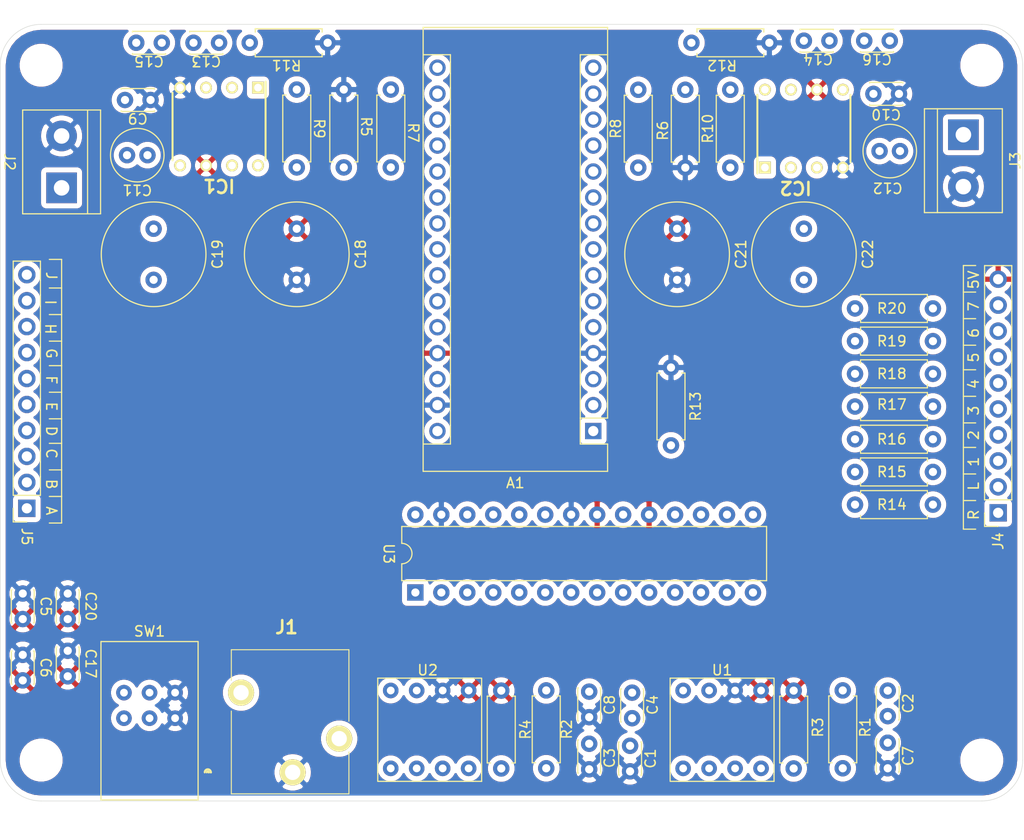
<source format=kicad_pcb>
(kicad_pcb (version 20171130) (host pcbnew "(5.1.12)-1")
  (layers (0 F.Cu signal) (31 B.Cu signal) (34 B.Paste user) (35 F.Paste user) (36 B.SilkS user) (37 F.SilkS user) (38 B.Mask user) (39 F.Mask user) (44 Edge.Cuts user))
  (net 0 "")
  (net 1 "Net-(A1-Pad1)")
  (net 2 "Net-(A1-Pad17)")
  (net 3 "Net-(A1-Pad2)")
  (net 4 "Net-(A1-Pad18)")
  (net 5 "Net-(A1-Pad3)")
  (net 6 /data_out_l)
  (net 7 GND)
  (net 8 /data_out_r)
  (net 9 /5)
  (net 10 "Net-(A1-Pad21)")
  (net 11 /D3)
  (net 12 "Net-(A1-Pad22)")
  (net 13 /strobe)
  (net 14 "Net-(A1-Pad23)")
  (net 15 /reset)
  (net 16 "Net-(A1-Pad24)")
  (net 17 /6)
  (net 18 "Net-(A1-Pad25)")
  (net 19 /7)
  (net 20 "Net-(A1-Pad26)")
  (net 21 "Net-(A1-Pad11)")
  (net 22 /5V)
  (net 23 /D9)
  (net 24 "Net-(A1-Pad28)")
  (net 25 /D10)
  (net 26 /D11)
  (net 27 "Net-(A1-Pad30)")
  (net 28 "Net-(A1-Pad15)")
  (net 29 /D13)
  (net 30 "Net-(C1-Pad1)")
  (net 31 "Net-(C2-Pad1)")
  (net 32 "Net-(C2-Pad2)")
  (net 33 "Net-(C3-Pad1)")
  (net 34 "Net-(C4-Pad1)")
  (net 35 "Net-(C4-Pad2)")
  (net 36 "Net-(C7-Pad2)")
  (net 37 "Net-(C8-Pad2)")
  (net 38 "Net-(C9-Pad1)")
  (net 39 "Net-(C10-Pad1)")
  (net 40 /R_Bolume)
  (net 41 "Net-(C11-Pad1)")
  (net 42 "Net-(C12-Pad1)")
  (net 43 /L_Bolume)
  (net 44 "Net-(C13-Pad1)")
  (net 45 "Net-(C13-Pad2)")
  (net 46 "Net-(C14-Pad2)")
  (net 47 "Net-(C14-Pad1)")
  (net 48 "Net-(C15-Pad2)")
  (net 49 "Net-(C16-Pad2)")
  (net 50 "Net-(C19-Pad2)")
  (net 51 "Net-(C22-Pad2)")
  (net 52 "Net-(IC1-Pad1)")
  (net 53 "Net-(IC1-Pad2)")
  (net 54 "Net-(IC1-Pad7)")
  (net 55 "Net-(IC1-Pad8)")
  (net 56 "Net-(IC2-Pad8)")
  (net 57 "Net-(IC2-Pad7)")
  (net 58 "Net-(IC2-Pad2)")
  (net 59 "Net-(IC2-Pad1)")
  (net 60 /audio_in_r)
  (net 61 /audio_in_l)
  (net 62 "Net-(J4-Pad9)")
  (net 63 "Net-(J4-Pad8)")
  (net 64 "Net-(J4-Pad7)")
  (net 65 "Net-(J4-Pad6)")
  (net 66 "Net-(J4-Pad5)")
  (net 67 "Net-(J4-Pad4)")
  (net 68 "Net-(J4-Pad3)")
  (net 69 /L)
  (net 70 /R)
  (net 71 /cathode_A_g1)
  (net 72 /cathode_B_g2)
  (net 73 /cathode_C_g3)
  (net 74 /cathode_D_g4)
  (net 75 /cathode_E_g5)
  (net 76 /cathode_F_y1)
  (net 77 /cathode_G_y2)
  (net 78 /cathode_H_y3)
  (net 79 /cathode_I_r1)
  (net 80 /cathode_J_r2)
  (net 81 "Net-(R13-Pad1)")
  (net 82 /1)
  (net 83 /2)
  (net 84 /3)
  (net 85 /4)
  (net 86 "Net-(U3-Pad16)")
  (net 87 "Net-(U3-Pad17)")
  (module MountingHole:MountingHole_3.2mm_M3 (layer F.Cu) (at 126 146)
    (fp_text reference REF3 hide)
    (fp_text value MountingHole_3.2mm_M3)
    (pad 1 np_thru_hole circle (at 0 0) (size 3.2 3.2) (drill 3.2) (layers *.Cu *.Mask))
  )
  (module MountingHole:MountingHole_3.2mm_M3 (layer F.Cu) (at 34 146)
    (fp_text reference REF4 hide)
    (fp_text value MountingHole_3.2mm_M3)
    (pad 1 np_thru_hole circle (at 0 0) (size 3.2 3.2) (drill 3.2) (layers *.Cu *.Mask))
  )
  (module MountingHole:MountingHole_3.2mm_M3 (layer F.Cu) (at 126 78)
    (fp_text reference REF2 hide)
    (fp_text value MountingHole_3.2mm_M3)
    (pad 1 np_thru_hole circle (at 0 0) (size 3.2 3.2) (drill 3.2) (layers *.Cu *.Mask))
  )
  (module MountingHole:MountingHole_3.2mm_M3 (layer F.Cu) (at 34 78)
    (fp_text reference REF1 hide)
    (fp_text value MountingHole_3.2mm_M3)
    (pad 1 np_thru_hole circle (at 0 0) (size 3.2 3.2) (drill 3.2) (layers *.Cu *.Mask))
  )
  (module Module:Arduino_Nano (layer F.Cu) (at 88 113.8 180)
    (fp_text reference A1 (at 7.62 -5.08) (layer F.SilkS))
    (fp_text value Arduino_Nano_v3.x)
    (pad 1 thru_hole rect (at 0 0 180) (size 1.6 1.6) (drill 1) (layers *.Cu *.Mask) (net 1 "Net-(A1-Pad1)"))
    (pad 17 thru_hole oval (at 15.24 33.02 180) (size 1.6 1.6) (drill 1) (layers *.Cu *.Mask) (net 2 "Net-(A1-Pad17)"))
    (pad 2 thru_hole oval (at 0 2.54 180) (size 1.6 1.6) (drill 1) (layers *.Cu *.Mask) (net 3 "Net-(A1-Pad2)"))
    (pad 18 thru_hole oval (at 15.24 30.48 180) (size 1.6 1.6) (drill 1) (layers *.Cu *.Mask) (net 4 "Net-(A1-Pad18)"))
    (pad 3 thru_hole oval (at 0 5.08 180) (size 1.6 1.6) (drill 1) (layers *.Cu *.Mask) (net 5 "Net-(A1-Pad3)"))
    (pad 19 thru_hole oval (at 15.24 27.94 180) (size 1.6 1.6) (drill 1) (layers *.Cu *.Mask) (net 6 /data_out_l))
    (pad 4 thru_hole oval (at 0 7.62 180) (size 1.6 1.6) (drill 1) (layers *.Cu *.Mask) (net 7 GND))
    (pad 20 thru_hole oval (at 15.24 25.4 180) (size 1.6 1.6) (drill 1) (layers *.Cu *.Mask) (net 8 /data_out_r))
    (pad 5 thru_hole oval (at 0 10.16 180) (size 1.6 1.6) (drill 1) (layers *.Cu *.Mask) (net 9 /5))
    (pad 21 thru_hole oval (at 15.24 22.86 180) (size 1.6 1.6) (drill 1) (layers *.Cu *.Mask) (net 10 "Net-(A1-Pad21)"))
    (pad 6 thru_hole oval (at 0 12.7 180) (size 1.6 1.6) (drill 1) (layers *.Cu *.Mask) (net 11 /D3))
    (pad 22 thru_hole oval (at 15.24 20.32 180) (size 1.6 1.6) (drill 1) (layers *.Cu *.Mask) (net 12 "Net-(A1-Pad22)"))
    (pad 7 thru_hole oval (at 0 15.24 180) (size 1.6 1.6) (drill 1) (layers *.Cu *.Mask) (net 13 /strobe))
    (pad 23 thru_hole oval (at 15.24 17.78 180) (size 1.6 1.6) (drill 1) (layers *.Cu *.Mask) (net 14 "Net-(A1-Pad23)"))
    (pad 8 thru_hole oval (at 0 17.78 180) (size 1.6 1.6) (drill 1) (layers *.Cu *.Mask) (net 15 /reset))
    (pad 24 thru_hole oval (at 15.24 15.24 180) (size 1.6 1.6) (drill 1) (layers *.Cu *.Mask) (net 16 "Net-(A1-Pad24)"))
    (pad 9 thru_hole oval (at 0 20.32 180) (size 1.6 1.6) (drill 1) (layers *.Cu *.Mask) (net 17 /6))
    (pad 25 thru_hole oval (at 15.24 12.7 180) (size 1.6 1.6) (drill 1) (layers *.Cu *.Mask) (net 18 "Net-(A1-Pad25)"))
    (pad 10 thru_hole oval (at 0 22.86 180) (size 1.6 1.6) (drill 1) (layers *.Cu *.Mask) (net 19 /7))
    (pad 26 thru_hole oval (at 15.24 10.16 180) (size 1.6 1.6) (drill 1) (layers *.Cu *.Mask) (net 20 "Net-(A1-Pad26)"))
    (pad 11 thru_hole oval (at 0 25.4 180) (size 1.6 1.6) (drill 1) (layers *.Cu *.Mask) (net 21 "Net-(A1-Pad11)"))
    (pad 27 thru_hole oval (at 15.24 7.62 180) (size 1.6 1.6) (drill 1) (layers *.Cu *.Mask) (net 22 /5V))
    (pad 12 thru_hole oval (at 0 27.94 180) (size 1.6 1.6) (drill 1) (layers *.Cu *.Mask) (net 23 /D9))
    (pad 28 thru_hole oval (at 15.24 5.08 180) (size 1.6 1.6) (drill 1) (layers *.Cu *.Mask) (net 24 "Net-(A1-Pad28)"))
    (pad 13 thru_hole oval (at 0 30.48 180) (size 1.6 1.6) (drill 1) (layers *.Cu *.Mask) (net 25 /D10))
    (pad 29 thru_hole oval (at 15.24 2.54 180) (size 1.6 1.6) (drill 1) (layers *.Cu *.Mask) (net 7 GND))
    (pad 14 thru_hole oval (at 0 33.02 180) (size 1.6 1.6) (drill 1) (layers *.Cu *.Mask) (net 26 /D11))
    (pad 30 thru_hole oval (at 15.24 0 180) (size 1.6 1.6) (drill 1) (layers *.Cu *.Mask) (net 27 "Net-(A1-Pad30)"))
    (pad 15 thru_hole oval (at 0 35.56 180) (size 1.6 1.6) (drill 1) (layers *.Cu *.Mask) (net 28 "Net-(A1-Pad15)"))
    (pad 16 thru_hole oval (at 15.24 35.56 180) (size 1.6 1.6) (drill 1) (layers *.Cu *.Mask) (net 29 /D13))
  )
  (module Capacitor_THT:C_Disc_D3.0mm_W2.0mm_P2.50mm (layer F.Cu) (at 91.6 144.6 270)
    (fp_text reference C1 (at 1.25 -2 90) (layer F.SilkS))
    (fp_text value 33p)
    (pad 2 thru_hole circle (at 2.5 0 270) (size 1.6 1.6) (drill 0.8) (layers *.Cu *.Mask) (net 7 GND))
    (pad 1 thru_hole circle (at 0 0 270) (size 1.6 1.6) (drill 0.8) (layers *.Cu *.Mask) (net 30 "Net-(C1-Pad1)"))
  )
  (module Capacitor_THT:C_Disc_D3.0mm_W2.0mm_P2.50mm (layer F.Cu) (at 116.8 139.2 270)
    (fp_text reference C2 (at 1.25 -2 90) (layer F.SilkS))
    (fp_text value 0.01u)
    (pad 1 thru_hole circle (at 0 0 270) (size 1.6 1.6) (drill 0.8) (layers *.Cu *.Mask) (net 31 "Net-(C2-Pad1)"))
    (pad 2 thru_hole circle (at 2.5 0 270) (size 1.6 1.6) (drill 0.8) (layers *.Cu *.Mask) (net 32 "Net-(C2-Pad2)"))
  )
  (module Capacitor_THT:C_Disc_D3.0mm_W2.0mm_P2.50mm (layer F.Cu) (at 87.6 144.4 270)
    (fp_text reference C3 (at 1.4 -2 90) (layer F.SilkS))
    (fp_text value 33p)
    (pad 2 thru_hole circle (at 2.5 0 270) (size 1.6 1.6) (drill 0.8) (layers *.Cu *.Mask) (net 7 GND))
    (pad 1 thru_hole circle (at 0 0 270) (size 1.6 1.6) (drill 0.8) (layers *.Cu *.Mask) (net 33 "Net-(C3-Pad1)"))
  )
  (module Capacitor_THT:C_Disc_D3.0mm_W2.0mm_P2.50mm (layer F.Cu) (at 91.8 139.4 270)
    (fp_text reference C4 (at 1.2 -2 90) (layer F.SilkS))
    (fp_text value 0.01u)
    (pad 1 thru_hole circle (at 0 0 270) (size 1.6 1.6) (drill 0.8) (layers *.Cu *.Mask) (net 34 "Net-(C4-Pad1)"))
    (pad 2 thru_hole circle (at 2.5 0 270) (size 1.6 1.6) (drill 0.8) (layers *.Cu *.Mask) (net 35 "Net-(C4-Pad2)"))
  )
  (module Capacitor_THT:C_Disc_D3.0mm_W2.0mm_P2.50mm (layer F.Cu) (at 32.2 129.7 270)
    (fp_text reference C5 (at 1.25 -2.25 270 unlocked) (layer F.SilkS))
    (fp_text value 0.1u)
    (pad 1 thru_hole circle (at 0 0 270) (size 1.6 1.6) (drill 0.8) (layers *.Cu *.Mask) (net 7 GND))
    (pad 2 thru_hole circle (at 2.5 0 270) (size 1.6 1.6) (drill 0.8) (layers *.Cu *.Mask) (net 22 /5V))
  )
  (module Capacitor_THT:C_Disc_D3.0mm_W2.0mm_P2.50mm (layer F.Cu) (at 32.2 135.7 270)
    (fp_text reference C6 (at 1.25 -2.25 270 unlocked) (layer F.SilkS))
    (fp_text value 0.1u)
    (pad 1 thru_hole circle (at 0 0 270) (size 1.6 1.6) (drill 0.8) (layers *.Cu *.Mask) (net 7 GND))
    (pad 2 thru_hole circle (at 2.5 0 270) (size 1.6 1.6) (drill 0.8) (layers *.Cu *.Mask) (net 22 /5V))
  )
  (module Capacitor_THT:C_Disc_D3.0mm_W2.0mm_P2.50mm (layer F.Cu) (at 116.8 146.8 90)
    (fp_text reference C7 (at 1.2 2 90) (layer F.SilkS))
    (fp_text value 0.1u)
    (pad 2 thru_hole circle (at 2.5 0 90) (size 1.6 1.6) (drill 0.8) (layers *.Cu *.Mask) (net 36 "Net-(C7-Pad2)"))
    (pad 1 thru_hole circle (at 0 0 90) (size 1.6 1.6) (drill 0.8) (layers *.Cu *.Mask) (net 7 GND))
  )
  (module Capacitor_THT:C_Disc_D3.0mm_W2.0mm_P2.50mm (layer F.Cu) (at 87.6 141.8 90)
    (fp_text reference C8 (at 1.2 2 90) (layer F.SilkS))
    (fp_text value 0.1u)
    (pad 2 thru_hole circle (at 2.5 0 90) (size 1.6 1.6) (drill 0.8) (layers *.Cu *.Mask) (net 37 "Net-(C8-Pad2)"))
    (pad 1 thru_hole circle (at 0 0 90) (size 1.6 1.6) (drill 0.8) (layers *.Cu *.Mask) (net 7 GND))
  )
  (module Capacitor_THT:C_Disc_D3.0mm_W2.0mm_P2.50mm (layer F.Cu) (at 42.2 81.4)
    (fp_text reference C9 (at 1.25 1.8 180 unlocked) (layer F.SilkS))
    (fp_text value 330p)
    (pad 2 thru_hole circle (at 2.5 0) (size 1.6 1.6) (drill 0.8) (layers *.Cu *.Mask) (net 7 GND))
    (pad 1 thru_hole circle (at 0 0) (size 1.6 1.6) (drill 0.8) (layers *.Cu *.Mask) (net 38 "Net-(C9-Pad1)"))
  )
  (module Capacitor_THT:C_Disc_D3.0mm_W2.0mm_P2.50mm (layer F.Cu) (at 115.4 80.8)
    (fp_text reference C10 (at 1.25 2 180 unlocked) (layer F.SilkS))
    (fp_text value 330p)
    (pad 2 thru_hole circle (at 2.5 0) (size 1.6 1.6) (drill 0.8) (layers *.Cu *.Mask) (net 7 GND))
    (pad 1 thru_hole circle (at 0 0) (size 1.6 1.6) (drill 0.8) (layers *.Cu *.Mask) (net 39 "Net-(C10-Pad1)"))
  )
  (module Capacitor_THT:C_Radial_D5.0mm_H11.0mm_P2.00mm (layer F.Cu) (at 42.4 86.8)
    (fp_text reference C11 (at 1 3.4 180 unlocked) (layer F.SilkS))
    (fp_text value 2.2u)
    (pad 1 thru_hole circle (at 0 0) (size 1.6 1.6) (drill 0.8) (layers *.Cu *.Mask) (net 41 "Net-(C11-Pad1)"))
    (pad 2 thru_hole circle (at 2 0) (size 1.6 1.6) (drill 0.8) (layers *.Cu *.Mask) (net 40 /R_Bolume))
  )
  (module Capacitor_THT:C_Radial_D5.0mm_H11.0mm_P2.00mm (layer F.Cu) (at 116 86.4)
    (fp_text reference C12 (at 0.8 3.6 180 unlocked) (layer F.SilkS))
    (fp_text value 2.2u)
    (pad 1 thru_hole circle (at 0 0) (size 1.6 1.6) (drill 0.8) (layers *.Cu *.Mask) (net 42 "Net-(C12-Pad1)"))
    (pad 2 thru_hole circle (at 2 0) (size 1.6 1.6) (drill 0.8) (layers *.Cu *.Mask) (net 43 /L_Bolume))
  )
  (module Capacitor_THT:C_Disc_D3.0mm_W2.0mm_P2.50mm (layer F.Cu) (at 51.4 75.8 180)
    (fp_text reference C13 (at 1.25 -1.8 180 unlocked) (layer F.SilkS))
    (fp_text value 10u)
    (pad 2 thru_hole circle (at 2.5 0 180) (size 1.6 1.6) (drill 0.8) (layers *.Cu *.Mask) (net 45 "Net-(C13-Pad2)"))
    (pad 1 thru_hole circle (at 0 0 180) (size 1.6 1.6) (drill 0.8) (layers *.Cu *.Mask) (net 44 "Net-(C13-Pad1)"))
  )
  (module Capacitor_THT:C_Disc_D3.0mm_W2.0mm_P2.50mm (layer F.Cu) (at 111.1 75.6 180)
    (fp_text reference C14 (at 1.1 -1.8 180 unlocked) (layer F.SilkS))
    (fp_text value 10u)
    (pad 2 thru_hole circle (at 2.5 0 180) (size 1.6 1.6) (drill 0.8) (layers *.Cu *.Mask) (net 46 "Net-(C14-Pad2)"))
    (pad 1 thru_hole circle (at 0 0 180) (size 1.6 1.6) (drill 0.8) (layers *.Cu *.Mask) (net 47 "Net-(C14-Pad1)"))
  )
  (module Capacitor_THT:C_Disc_D3.0mm_W2.0mm_P2.50mm (layer F.Cu) (at 45.8 75.8 180)
    (fp_text reference C15 (at 1.25 -1.8 180 unlocked) (layer F.SilkS))
    (fp_text value 0.1u)
    (pad 2 thru_hole circle (at 2.5 0 180) (size 1.6 1.6) (drill 0.8) (layers *.Cu *.Mask) (net 48 "Net-(C15-Pad2)"))
    (pad 1 thru_hole circle (at 0 0 180) (size 1.6 1.6) (drill 0.8) (layers *.Cu *.Mask) (net 44 "Net-(C13-Pad1)"))
  )
  (module Capacitor_THT:C_Disc_D3.0mm_W2.0mm_P2.50mm (layer F.Cu) (at 117 75.6 180)
    (fp_text reference C16 (at 1.25 -1.8 180 unlocked) (layer F.SilkS))
    (fp_text value 0.1u)
    (pad 2 thru_hole circle (at 2.5 0 180) (size 1.6 1.6) (drill 0.8) (layers *.Cu *.Mask) (net 49 "Net-(C16-Pad2)"))
    (pad 1 thru_hole circle (at 0 0 180) (size 1.6 1.6) (drill 0.8) (layers *.Cu *.Mask) (net 47 "Net-(C14-Pad1)"))
  )
  (module Capacitor_THT:C_Disc_D3.0mm_W2.0mm_P2.50mm (layer F.Cu) (at 36.6 135.3 270)
    (fp_text reference C17 (at 1.25 -2.25 270 unlocked) (layer F.SilkS))
    (fp_text value 0.1u)
    (pad 1 thru_hole circle (at 0 0 270) (size 1.6 1.6) (drill 0.8) (layers *.Cu *.Mask) (net 7 GND))
    (pad 2 thru_hole circle (at 2.5 0 270) (size 1.6 1.6) (drill 0.8) (layers *.Cu *.Mask) (net 22 /5V))
  )
  (module Capacitor_THT:C_Disc_D3.0mm_W2.0mm_P2.50mm (layer F.Cu) (at 36.6 129.7 270)
    (fp_text reference C20 (at 1.25 -2.25 270 unlocked) (layer F.SilkS))
    (fp_text value 0.1u)
    (pad 1 thru_hole circle (at 0 0 270) (size 1.6 1.6) (drill 0.8) (layers *.Cu *.Mask) (net 7 GND))
    (pad 2 thru_hole circle (at 2.5 0 270) (size 1.6 1.6) (drill 0.8) (layers *.Cu *.Mask) (net 22 /5V))
  )
  (module NJM386BD:DIP762W56P254L880H425Q8N (layer F.Cu) (at 51.4 84 270)
    (fp_text reference IC1 (at 5.8 0 180 unlocked) (layer F.SilkS) (effects (font (size 1.27 1.27) (thickness 0.254))))
    (fp_text value NJM386BD hide)
    (pad 8 thru_hole circle (at 3.81 -3.81) (size 1.16 1.16) (drill 0.76) (layers *.Cu *.Mask F.SilkS) (net 55 "Net-(IC1-Pad8)"))
    (pad 7 thru_hole circle (at 3.81 -1.27) (size 1.16 1.16) (drill 0.76) (layers *.Cu *.Mask F.SilkS) (net 54 "Net-(IC1-Pad7)"))
    (pad 6 thru_hole circle (at 3.81 1.27) (size 1.16 1.16) (drill 0.76) (layers *.Cu *.Mask F.SilkS) (net 22 /5V))
    (pad 5 thru_hole circle (at 3.81 3.81) (size 1.16 1.16) (drill 0.76) (layers *.Cu *.Mask F.SilkS) (net 44 "Net-(C13-Pad1)"))
    (pad 4 thru_hole circle (at -3.81 3.81) (size 1.16 1.16) (drill 0.76) (layers *.Cu *.Mask F.SilkS) (net 7 GND))
    (pad 3 thru_hole circle (at -3.81 1.27) (size 1.16 1.16) (drill 0.76) (layers *.Cu *.Mask F.SilkS) (net 38 "Net-(C9-Pad1)"))
    (pad 2 thru_hole circle (at -3.81 -1.27) (size 1.16 1.16) (drill 0.76) (layers *.Cu *.Mask F.SilkS) (net 53 "Net-(IC1-Pad2)"))
    (pad 1 thru_hole rect (at -3.81 -3.81) (size 1.16 1.16) (drill 0.76) (layers *.Cu *.Mask F.SilkS) (net 52 "Net-(IC1-Pad1)"))
  )
  (module NJM386BD:DIP762W56P254L880H425Q8N (layer F.Cu) (at 108.6 84.2 90)
    (fp_text reference IC2 (at -5.8 -0.8 180 unlocked) (layer F.SilkS) (effects (font (size 1.27 1.27) (thickness 0.254))))
    (fp_text value NJM386BD hide)
    (pad 8 thru_hole circle (at 3.81 -3.81 180) (size 1.16 1.16) (drill 0.76) (layers *.Cu *.Mask F.SilkS) (net 56 "Net-(IC2-Pad8)"))
    (pad 7 thru_hole circle (at 3.81 -1.27 180) (size 1.16 1.16) (drill 0.76) (layers *.Cu *.Mask F.SilkS) (net 57 "Net-(IC2-Pad7)"))
    (pad 6 thru_hole circle (at 3.81 1.27 180) (size 1.16 1.16) (drill 0.76) (layers *.Cu *.Mask F.SilkS) (net 22 /5V))
    (pad 5 thru_hole circle (at 3.81 3.81 180) (size 1.16 1.16) (drill 0.76) (layers *.Cu *.Mask F.SilkS) (net 47 "Net-(C14-Pad1)"))
    (pad 4 thru_hole circle (at -3.81 3.81 180) (size 1.16 1.16) (drill 0.76) (layers *.Cu *.Mask F.SilkS) (net 7 GND))
    (pad 3 thru_hole circle (at -3.81 1.27 180) (size 1.16 1.16) (drill 0.76) (layers *.Cu *.Mask F.SilkS) (net 39 "Net-(C10-Pad1)"))
    (pad 2 thru_hole circle (at -3.81 -1.27 180) (size 1.16 1.16) (drill 0.76) (layers *.Cu *.Mask F.SilkS) (net 58 "Net-(IC2-Pad2)"))
    (pad 1 thru_hole rect (at -3.81 -3.81 180) (size 1.16 1.16) (drill 0.76) (layers *.Cu *.Mask F.SilkS) (net 59 "Net-(IC2-Pad1)"))
  )
  (module MJ352W-0:MJ352W0 (layer F.Cu) (at 58.6 147.2)
    (fp_text reference J1 (at -0.6 -14.2) (layer F.SilkS) (effects (font (size 1.27 1.27) (thickness 0.254))))
    (fp_text value MJ352W-0 hide)
    (pad 1 thru_hole circle (at 0 0 90) (size 2.55 2.55) (drill 1.5) (layers *.Cu *.Mask F.SilkS) (net 7 GND))
    (pad 2 thru_hole circle (at 4.55 -3.3 90) (size 2.55 2.55) (drill 1.5) (layers *.Cu *.Mask F.SilkS) (net 60 /audio_in_r))
    (pad 3 thru_hole circle (at -5.05 -7.8 90) (size 2.55 2.55) (drill 1.5) (layers *.Cu *.Mask F.SilkS) (net 61 /audio_in_l))
  )
  (module TerminalBlock:TerminalBlock_bornier-2_P5.08mm (layer F.Cu) (at 36 90 90)
    (fp_text reference J2 (at 2.54 -5.08 270 unlocked) (layer F.SilkS))
    (fp_text value Conn_01x02_Male)
    (pad 2 thru_hole circle (at 5.08 0 90) (size 3 3) (drill 1.52) (layers *.Cu *.Mask) (net 7 GND))
    (pad 1 thru_hole rect (at 0 0 90) (size 3 3) (drill 1.52) (layers *.Cu *.Mask) (net 50 "Net-(C19-Pad2)"))
  )
  (module TerminalBlock:TerminalBlock_bornier-2_P5.08mm (layer F.Cu) (at 124.2 84.8 270)
    (fp_text reference J3 (at 2.54 -5.08 90) (layer F.SilkS))
    (fp_text value Conn_01x02_Male)
    (pad 2 thru_hole circle (at 5.08 0 270) (size 3 3) (drill 1.52) (layers *.Cu *.Mask) (net 7 GND))
    (pad 1 thru_hole rect (at 0 0 270) (size 3 3) (drill 1.52) (layers *.Cu *.Mask) (net 51 "Net-(C22-Pad2)"))
  )
  (module Connector_PinSocket_2.54mm:PinSocket_1x10_P2.54mm_Vertical (layer F.Cu) (at 127.6 121.8 180)
    (fp_text reference J4 (at 0 -2.77 90 unlocked) (layer F.SilkS))
    (fp_text value pin1)
    (pad 10 thru_hole oval (at 0 22.86 180) (size 1.7 1.7) (drill 1) (layers *.Cu *.Mask) (net 22 /5V))
    (pad 9 thru_hole oval (at 0 20.32 180) (size 1.7 1.7) (drill 1) (layers *.Cu *.Mask) (net 62 "Net-(J4-Pad9)"))
    (pad 8 thru_hole oval (at 0 17.78 180) (size 1.7 1.7) (drill 1) (layers *.Cu *.Mask) (net 63 "Net-(J4-Pad8)"))
    (pad 7 thru_hole oval (at 0 15.24 180) (size 1.7 1.7) (drill 1) (layers *.Cu *.Mask) (net 64 "Net-(J4-Pad7)"))
    (pad 6 thru_hole oval (at 0 12.7 180) (size 1.7 1.7) (drill 1) (layers *.Cu *.Mask) (net 65 "Net-(J4-Pad6)"))
    (pad 5 thru_hole oval (at 0 10.16 180) (size 1.7 1.7) (drill 1) (layers *.Cu *.Mask) (net 66 "Net-(J4-Pad5)"))
    (pad 4 thru_hole oval (at 0 7.62 180) (size 1.7 1.7) (drill 1) (layers *.Cu *.Mask) (net 67 "Net-(J4-Pad4)"))
    (pad 3 thru_hole oval (at 0 5.08 180) (size 1.7 1.7) (drill 1) (layers *.Cu *.Mask) (net 68 "Net-(J4-Pad3)"))
    (pad 2 thru_hole oval (at 0 2.54 180) (size 1.7 1.7) (drill 1) (layers *.Cu *.Mask) (net 69 /L))
    (pad 1 thru_hole rect (at 0 0 180) (size 1.7 1.7) (drill 1) (layers *.Cu *.Mask) (net 70 /R))
  )
  (module Connector_PinSocket_2.54mm:PinSocket_1x10_P2.54mm_Vertical (layer F.Cu) (at 32.6 121.36 180)
    (fp_text reference J5 (at 0 -2.77 270 unlocked) (layer F.SilkS))
    (fp_text value pin2)
    (pad 1 thru_hole rect (at 0 0 180) (size 1.7 1.7) (drill 1) (layers *.Cu *.Mask) (net 71 /cathode_A_g1))
    (pad 2 thru_hole oval (at 0 2.54 180) (size 1.7 1.7) (drill 1) (layers *.Cu *.Mask) (net 72 /cathode_B_g2))
    (pad 3 thru_hole oval (at 0 5.08 180) (size 1.7 1.7) (drill 1) (layers *.Cu *.Mask) (net 73 /cathode_C_g3))
    (pad 4 thru_hole oval (at 0 7.62 180) (size 1.7 1.7) (drill 1) (layers *.Cu *.Mask) (net 74 /cathode_D_g4))
    (pad 5 thru_hole oval (at 0 10.16 180) (size 1.7 1.7) (drill 1) (layers *.Cu *.Mask) (net 75 /cathode_E_g5))
    (pad 6 thru_hole oval (at 0 12.7 180) (size 1.7 1.7) (drill 1) (layers *.Cu *.Mask) (net 76 /cathode_F_y1))
    (pad 7 thru_hole oval (at 0 15.24 180) (size 1.7 1.7) (drill 1) (layers *.Cu *.Mask) (net 77 /cathode_G_y2))
    (pad 8 thru_hole oval (at 0 17.78 180) (size 1.7 1.7) (drill 1) (layers *.Cu *.Mask) (net 78 /cathode_H_y3))
    (pad 9 thru_hole oval (at 0 20.32 180) (size 1.7 1.7) (drill 1) (layers *.Cu *.Mask) (net 79 /cathode_I_r1))
    (pad 10 thru_hole oval (at 0 22.86 180) (size 1.7 1.7) (drill 1) (layers *.Cu *.Mask) (net 80 /cathode_J_r2))
  )
  (module Resistor_THT:R_Axial_DIN0207_L6.3mm_D2.5mm_P7.62mm_Horizontal (layer F.Cu) (at 112.4 146.8 90)
    (fp_text reference R1 (at 4 2.2 90) (layer F.SilkS))
    (fp_text value 22k)
    (pad 1 thru_hole circle (at 0 0 90) (size 1.6 1.6) (drill 0.8) (layers *.Cu *.Mask) (net 32 "Net-(C2-Pad2)"))
    (pad 2 thru_hole oval (at 7.62 0 90) (size 1.6 1.6) (drill 0.8) (layers *.Cu *.Mask) (net 61 /audio_in_l))
  )
  (module Resistor_THT:R_Axial_DIN0207_L6.3mm_D2.5mm_P7.62mm_Horizontal (layer F.Cu) (at 83.4 146.8 90)
    (fp_text reference R2 (at 3.81 2 90) (layer F.SilkS))
    (fp_text value 22k)
    (pad 1 thru_hole circle (at 0 0 90) (size 1.6 1.6) (drill 0.8) (layers *.Cu *.Mask) (net 35 "Net-(C4-Pad2)"))
    (pad 2 thru_hole oval (at 7.62 0 90) (size 1.6 1.6) (drill 0.8) (layers *.Cu *.Mask) (net 60 /audio_in_r))
  )
  (module Resistor_THT:R_Axial_DIN0207_L6.3mm_D2.5mm_P7.62mm_Horizontal (layer F.Cu) (at 107.6 139.2 270)
    (fp_text reference R3 (at 3.6 -2.37 90) (layer F.SilkS))
    (fp_text value 200k)
    (pad 1 thru_hole circle (at 0 0 270) (size 1.6 1.6) (drill 0.8) (layers *.Cu *.Mask) (net 22 /5V))
    (pad 2 thru_hole oval (at 7.62 0 270) (size 1.6 1.6) (drill 0.8) (layers *.Cu *.Mask) (net 30 "Net-(C1-Pad1)"))
  )
  (module Resistor_THT:R_Axial_DIN0207_L6.3mm_D2.5mm_P7.62mm_Horizontal (layer F.Cu) (at 79 139.2 270)
    (fp_text reference R4 (at 3.81 -2.37 90) (layer F.SilkS))
    (fp_text value 200k)
    (pad 2 thru_hole oval (at 7.62 0 270) (size 1.6 1.6) (drill 0.8) (layers *.Cu *.Mask) (net 33 "Net-(C3-Pad1)"))
    (pad 1 thru_hole circle (at 0 0 270) (size 1.6 1.6) (drill 0.8) (layers *.Cu *.Mask) (net 22 /5V))
  )
  (module Resistor_THT:R_Axial_DIN0207_L6.3mm_D2.5mm_P7.62mm_Horizontal (layer F.Cu) (at 63.6 88 90)
    (fp_text reference R5 (at 4 2.2 270 unlocked) (layer F.SilkS))
    (fp_text value 10k)
    (pad 1 thru_hole circle (at 0 0 90) (size 1.6 1.6) (drill 0.8) (layers *.Cu *.Mask) (net 53 "Net-(IC1-Pad2)"))
    (pad 2 thru_hole oval (at 7.62 0 90) (size 1.6 1.6) (drill 0.8) (layers *.Cu *.Mask) (net 7 GND))
  )
  (module Resistor_THT:R_Axial_DIN0207_L6.3mm_D2.5mm_P7.62mm_Horizontal (layer F.Cu) (at 97 80.4 270)
    (fp_text reference R6 (at 4 2.2 90) (layer F.SilkS))
    (fp_text value 10k)
    (pad 1 thru_hole circle (at 0 0 270) (size 1.6 1.6) (drill 0.8) (layers *.Cu *.Mask) (net 58 "Net-(IC2-Pad2)"))
    (pad 2 thru_hole oval (at 7.62 0 270) (size 1.6 1.6) (drill 0.8) (layers *.Cu *.Mask) (net 7 GND))
  )
  (module Resistor_THT:R_Axial_DIN0207_L6.3mm_D2.5mm_P7.62mm_Horizontal (layer F.Cu) (at 68.2 88 90)
    (fp_text reference R7 (at 3.4 2.2 270 unlocked) (layer F.SilkS))
    (fp_text value 1k)
    (pad 1 thru_hole circle (at 0 0 90) (size 1.6 1.6) (drill 0.8) (layers *.Cu *.Mask) (net 38 "Net-(C9-Pad1)"))
    (pad 2 thru_hole oval (at 7.62 0 90) (size 1.6 1.6) (drill 0.8) (layers *.Cu *.Mask) (net 41 "Net-(C11-Pad1)"))
  )
  (module Resistor_THT:R_Axial_DIN0207_L6.3mm_D2.5mm_P7.62mm_Horizontal (layer F.Cu) (at 92.4 80.4 270)
    (fp_text reference R8 (at 3.81 2.2 90) (layer F.SilkS))
    (fp_text value 1k)
    (pad 2 thru_hole oval (at 7.62 0 270) (size 1.6 1.6) (drill 0.8) (layers *.Cu *.Mask) (net 42 "Net-(C12-Pad1)"))
    (pad 1 thru_hole circle (at 0 0 270) (size 1.6 1.6) (drill 0.8) (layers *.Cu *.Mask) (net 39 "Net-(C10-Pad1)"))
  )
  (module Resistor_THT:R_Axial_DIN0207_L6.3mm_D2.5mm_P7.62mm_Horizontal (layer F.Cu) (at 59 88 90)
    (fp_text reference R9 (at 3.8 2.2 270 unlocked) (layer F.SilkS))
    (fp_text value 50k)
    (pad 2 thru_hole oval (at 7.62 0 90) (size 1.6 1.6) (drill 0.8) (layers *.Cu *.Mask) (net 52 "Net-(IC1-Pad1)"))
    (pad 1 thru_hole circle (at 0 0 90) (size 1.6 1.6) (drill 0.8) (layers *.Cu *.Mask) (net 45 "Net-(C13-Pad2)"))
  )
  (module Resistor_THT:R_Axial_DIN0207_L6.3mm_D2.5mm_P7.62mm_Horizontal (layer F.Cu) (at 101.4 80.4 270)
    (fp_text reference R10 (at 3.8 2.2 90) (layer F.SilkS))
    (fp_text value 50k)
    (pad 2 thru_hole oval (at 7.62 0 270) (size 1.6 1.6) (drill 0.8) (layers *.Cu *.Mask) (net 59 "Net-(IC2-Pad1)"))
    (pad 1 thru_hole circle (at 0 0 270) (size 1.6 1.6) (drill 0.8) (layers *.Cu *.Mask) (net 46 "Net-(C14-Pad2)"))
  )
  (module Resistor_THT:R_Axial_DIN0207_L6.3mm_D2.5mm_P7.62mm_Horizontal (layer F.Cu) (at 54.4 75.8)
    (fp_text reference R11 (at 3.6 2.2 180 unlocked) (layer F.SilkS))
    (fp_text value 10)
    (pad 1 thru_hole circle (at 0 0) (size 1.6 1.6) (drill 0.8) (layers *.Cu *.Mask) (net 48 "Net-(C15-Pad2)"))
    (pad 2 thru_hole oval (at 7.62 0) (size 1.6 1.6) (drill 0.8) (layers *.Cu *.Mask) (net 7 GND))
  )
  (module Resistor_THT:R_Axial_DIN0207_L6.3mm_D2.5mm_P7.62mm_Horizontal (layer F.Cu) (at 97.6 75.8)
    (fp_text reference R12 (at 3 2.2 180 unlocked) (layer F.SilkS))
    (fp_text value 10)
    (pad 1 thru_hole circle (at 0 0) (size 1.6 1.6) (drill 0.8) (layers *.Cu *.Mask) (net 49 "Net-(C16-Pad2)"))
    (pad 2 thru_hole oval (at 7.62 0) (size 1.6 1.6) (drill 0.8) (layers *.Cu *.Mask) (net 7 GND))
  )
  (module Resistor_THT:R_Axial_DIN0207_L6.3mm_D2.5mm_P7.62mm_Horizontal (layer F.Cu) (at 95.6 115.2 90)
    (fp_text reference R13 (at 3.81 2.4 90) (layer F.SilkS))
    (fp_text value 1k)
    (pad 2 thru_hole oval (at 7.62 0 90) (size 1.6 1.6) (drill 0.8) (layers *.Cu *.Mask) (net 7 GND))
    (pad 1 thru_hole circle (at 0 0 90) (size 1.6 1.6) (drill 0.8) (layers *.Cu *.Mask) (net 81 "Net-(R13-Pad1)"))
  )
  (module Resistor_THT:R_Axial_DIN0207_L6.3mm_D2.5mm_P7.62mm_Horizontal (layer F.Cu) (at 113.6 121)
    (fp_text reference R14 (at 3.6 0) (layer F.SilkS))
    (fp_text value 100)
    (pad 2 thru_hole oval (at 7.62 0) (size 1.6 1.6) (drill 0.8) (layers *.Cu *.Mask) (net 68 "Net-(J4-Pad3)"))
    (pad 1 thru_hole circle (at 0 0) (size 1.6 1.6) (drill 0.8) (layers *.Cu *.Mask) (net 82 /1))
  )
  (module Resistor_THT:R_Axial_DIN0207_L6.3mm_D2.5mm_P7.62mm_Horizontal (layer F.Cu) (at 113.6 117.8)
    (fp_text reference R15 (at 3.6 0) (layer F.SilkS))
    (fp_text value 100)
    (pad 1 thru_hole circle (at 0 0) (size 1.6 1.6) (drill 0.8) (layers *.Cu *.Mask) (net 83 /2))
    (pad 2 thru_hole oval (at 7.62 0) (size 1.6 1.6) (drill 0.8) (layers *.Cu *.Mask) (net 67 "Net-(J4-Pad4)"))
  )
  (module Resistor_THT:R_Axial_DIN0207_L6.3mm_D2.5mm_P7.62mm_Horizontal (layer F.Cu) (at 113.6 114.6)
    (fp_text reference R16 (at 3.6 0) (layer F.SilkS))
    (fp_text value 100)
    (pad 2 thru_hole oval (at 7.62 0) (size 1.6 1.6) (drill 0.8) (layers *.Cu *.Mask) (net 66 "Net-(J4-Pad5)"))
    (pad 1 thru_hole circle (at 0 0) (size 1.6 1.6) (drill 0.8) (layers *.Cu *.Mask) (net 84 /3))
  )
  (module Resistor_THT:R_Axial_DIN0207_L6.3mm_D2.5mm_P7.62mm_Horizontal (layer F.Cu) (at 113.6 111.4)
    (fp_text reference R17 (at 3.6 -0.2) (layer F.SilkS))
    (fp_text value 100)
    (pad 2 thru_hole oval (at 7.62 0) (size 1.6 1.6) (drill 0.8) (layers *.Cu *.Mask) (net 65 "Net-(J4-Pad6)"))
    (pad 1 thru_hole circle (at 0 0) (size 1.6 1.6) (drill 0.8) (layers *.Cu *.Mask) (net 85 /4))
  )
  (module Resistor_THT:R_Axial_DIN0207_L6.3mm_D2.5mm_P7.62mm_Horizontal (layer F.Cu) (at 113.6 108.2)
    (fp_text reference R18 (at 3.6 0) (layer F.SilkS))
    (fp_text value 100)
    (pad 2 thru_hole oval (at 7.62 0) (size 1.6 1.6) (drill 0.8) (layers *.Cu *.Mask) (net 64 "Net-(J4-Pad7)"))
    (pad 1 thru_hole circle (at 0 0) (size 1.6 1.6) (drill 0.8) (layers *.Cu *.Mask) (net 9 /5))
  )
  (module Resistor_THT:R_Axial_DIN0207_L6.3mm_D2.5mm_P7.62mm_Horizontal (layer F.Cu) (at 113.6 105)
    (fp_text reference R19 (at 3.6 0) (layer F.SilkS))
    (fp_text value 100)
    (pad 1 thru_hole circle (at 0 0) (size 1.6 1.6) (drill 0.8) (layers *.Cu *.Mask) (net 17 /6))
    (pad 2 thru_hole oval (at 7.62 0) (size 1.6 1.6) (drill 0.8) (layers *.Cu *.Mask) (net 63 "Net-(J4-Pad8)"))
  )
  (module Resistor_THT:R_Axial_DIN0207_L6.3mm_D2.5mm_P7.62mm_Horizontal (layer F.Cu) (at 113.6 101.8)
    (fp_text reference R20 (at 3.6 0) (layer F.SilkS))
    (fp_text value 100)
    (pad 1 thru_hole circle (at 0 0) (size 1.6 1.6) (drill 0.8) (layers *.Cu *.Mask) (net 19 /7))
    (pad 2 thru_hole oval (at 7.62 0) (size 1.6 1.6) (drill 0.8) (layers *.Cu *.Mask) (net 62 "Net-(J4-Pad9)"))
  )
  (module spectrum_analyzer:RK0971220-F15-C0-A103 (layer F.Cu) (at 44.6 139.4)
    (fp_text reference SW1 (at 0 -6) (layer F.SilkS))
    (fp_text value RK0972B103L15F)
    (pad 6 thru_hole circle (at 2.5 2.5) (size 1.524 1.524) (drill 0.762) (layers *.Cu *.Mask) (net 7 GND))
    (pad 5 thru_hole circle (at 0 2.5) (size 1.524 1.524) (drill 0.762) (layers *.Cu *.Mask) (net 40 /R_Bolume))
    (pad 4 thru_hole circle (at -2.5 2.5) (size 1.524 1.524) (drill 0.762) (layers *.Cu *.Mask) (net 60 /audio_in_r))
    (pad 3 thru_hole circle (at 2.5 0) (size 1.524 1.524) (drill 0.762) (layers *.Cu *.Mask) (net 7 GND))
    (pad 2 thru_hole circle (at 0 0) (size 1.524 1.524) (drill 0.762) (layers *.Cu *.Mask) (net 43 /L_Bolume))
    (pad 1 thru_hole circle (at -2.5 0) (size 1.524 1.524) (drill 0.762) (layers *.Cu *.Mask) (net 61 /audio_in_l))
  )
  (module spectrum_analyzer:2227MC-08-03 (layer F.Cu) (at 100.6 143 180)
    (fp_text reference U1 (at 0 5.8) (layer F.SilkS))
    (fp_text value MSGEQ7)
    (pad 1 thru_hole circle (at -3.81 3.81 180) (size 1.524 1.524) (drill 0.762) (layers *.Cu *.Mask) (net 22 /5V))
    (pad 2 thru_hole circle (at -1.27 3.81 180) (size 1.524 1.524) (drill 0.762) (layers *.Cu *.Mask) (net 7 GND))
    (pad 3 thru_hole circle (at 1.27 3.81 180) (size 1.524 1.524) (drill 0.762) (layers *.Cu *.Mask) (net 6 /data_out_l))
    (pad 4 thru_hole circle (at 3.81 3.81 180) (size 1.524 1.524) (drill 0.762) (layers *.Cu *.Mask) (net 13 /strobe))
    (pad 5 thru_hole circle (at 3.81 -3.81 180) (size 1.524 1.524) (drill 0.762) (layers *.Cu *.Mask) (net 31 "Net-(C2-Pad1)"))
    (pad 6 thru_hole circle (at 1.27 -3.81 180) (size 1.524 1.524) (drill 0.762) (layers *.Cu *.Mask) (net 36 "Net-(C7-Pad2)"))
    (pad 7 thru_hole circle (at -1.27 -3.81 180) (size 1.524 1.524) (drill 0.762) (layers *.Cu *.Mask) (net 15 /reset))
    (pad 8 thru_hole circle (at -3.81 -3.81 180) (size 1.524 1.524) (drill 0.762) (layers *.Cu *.Mask) (net 30 "Net-(C1-Pad1)"))
  )
  (module spectrum_analyzer:2227MC-08-03 (layer F.Cu) (at 72 143 180)
    (fp_text reference U2 (at 0.2 5.8) (layer F.SilkS))
    (fp_text value MSGEQ7)
    (pad 8 thru_hole circle (at -3.81 -3.81 180) (size 1.524 1.524) (drill 0.762) (layers *.Cu *.Mask) (net 33 "Net-(C3-Pad1)"))
    (pad 7 thru_hole circle (at -1.27 -3.81 180) (size 1.524 1.524) (drill 0.762) (layers *.Cu *.Mask) (net 15 /reset))
    (pad 6 thru_hole circle (at 1.27 -3.81 180) (size 1.524 1.524) (drill 0.762) (layers *.Cu *.Mask) (net 37 "Net-(C8-Pad2)"))
    (pad 5 thru_hole circle (at 3.81 -3.81 180) (size 1.524 1.524) (drill 0.762) (layers *.Cu *.Mask) (net 34 "Net-(C4-Pad1)"))
    (pad 4 thru_hole circle (at 3.81 3.81 180) (size 1.524 1.524) (drill 0.762) (layers *.Cu *.Mask) (net 13 /strobe))
    (pad 3 thru_hole circle (at 1.27 3.81 180) (size 1.524 1.524) (drill 0.762) (layers *.Cu *.Mask) (net 8 /data_out_r))
    (pad 2 thru_hole circle (at -1.27 3.81 180) (size 1.524 1.524) (drill 0.762) (layers *.Cu *.Mask) (net 7 GND))
    (pad 1 thru_hole circle (at -3.81 3.81 180) (size 1.524 1.524) (drill 0.762) (layers *.Cu *.Mask) (net 22 /5V))
  )
  (module Package_DIP:DIP-28_W7.62mm (layer F.Cu) (at 70.6 129.6 90)
    (fp_text reference U3 (at 3.8 -2.6 270 unlocked) (layer F.SilkS))
    (fp_text value TLC5940NT)
    (pad 28 thru_hole oval (at 7.62 0 90) (size 1.6 1.6) (drill 0.8) (layers *.Cu *.Mask) (net 71 /cathode_A_g1))
    (pad 14 thru_hole oval (at 0 33.02 90) (size 1.6 1.6) (drill 0.8) (layers *.Cu *.Mask) (net 84 /3))
    (pad 27 thru_hole oval (at 7.62 2.54 90) (size 1.6 1.6) (drill 0.8) (layers *.Cu *.Mask) (net 7 GND))
    (pad 13 thru_hole oval (at 0 30.48 90) (size 1.6 1.6) (drill 0.8) (layers *.Cu *.Mask) (net 83 /2))
    (pad 26 thru_hole oval (at 7.62 5.08 90) (size 1.6 1.6) (drill 0.8) (layers *.Cu *.Mask) (net 26 /D11))
    (pad 12 thru_hole oval (at 0 27.94 90) (size 1.6 1.6) (drill 0.8) (layers *.Cu *.Mask) (net 82 /1))
    (pad 25 thru_hole oval (at 7.62 7.62 90) (size 1.6 1.6) (drill 0.8) (layers *.Cu *.Mask) (net 29 /D13))
    (pad 11 thru_hole oval (at 0 25.4 90) (size 1.6 1.6) (drill 0.8) (layers *.Cu *.Mask) (net 69 /L))
    (pad 24 thru_hole oval (at 7.62 10.16 90) (size 1.6 1.6) (drill 0.8) (layers *.Cu *.Mask) (net 23 /D9))
    (pad 10 thru_hole oval (at 0 22.86 90) (size 1.6 1.6) (drill 0.8) (layers *.Cu *.Mask) (net 70 /R))
    (pad 23 thru_hole oval (at 7.62 12.7 90) (size 1.6 1.6) (drill 0.8) (layers *.Cu *.Mask) (net 25 /D10))
    (pad 9 thru_hole oval (at 0 20.32 90) (size 1.6 1.6) (drill 0.8) (layers *.Cu *.Mask) (net 80 /cathode_J_r2))
    (pad 22 thru_hole oval (at 7.62 15.24 90) (size 1.6 1.6) (drill 0.8) (layers *.Cu *.Mask) (net 7 GND))
    (pad 8 thru_hole oval (at 0 17.78 90) (size 1.6 1.6) (drill 0.8) (layers *.Cu *.Mask) (net 79 /cathode_I_r1))
    (pad 21 thru_hole oval (at 7.62 17.78 90) (size 1.6 1.6) (drill 0.8) (layers *.Cu *.Mask) (net 22 /5V))
    (pad 7 thru_hole oval (at 0 15.24 90) (size 1.6 1.6) (drill 0.8) (layers *.Cu *.Mask) (net 78 /cathode_H_y3))
    (pad 20 thru_hole oval (at 7.62 20.32 90) (size 1.6 1.6) (drill 0.8) (layers *.Cu *.Mask) (net 81 "Net-(R13-Pad1)"))
    (pad 6 thru_hole oval (at 0 12.7 90) (size 1.6 1.6) (drill 0.8) (layers *.Cu *.Mask) (net 77 /cathode_G_y2))
    (pad 19 thru_hole oval (at 7.62 22.86 90) (size 1.6 1.6) (drill 0.8) (layers *.Cu *.Mask) (net 22 /5V))
    (pad 5 thru_hole oval (at 0 10.16 90) (size 1.6 1.6) (drill 0.8) (layers *.Cu *.Mask) (net 76 /cathode_F_y1))
    (pad 18 thru_hole oval (at 7.62 25.4 90) (size 1.6 1.6) (drill 0.8) (layers *.Cu *.Mask) (net 11 /D3))
    (pad 4 thru_hole oval (at 0 7.62 90) (size 1.6 1.6) (drill 0.8) (layers *.Cu *.Mask) (net 75 /cathode_E_g5))
    (pad 17 thru_hole oval (at 7.62 27.94 90) (size 1.6 1.6) (drill 0.8) (layers *.Cu *.Mask) (net 87 "Net-(U3-Pad17)"))
    (pad 3 thru_hole oval (at 0 5.08 90) (size 1.6 1.6) (drill 0.8) (layers *.Cu *.Mask) (net 74 /cathode_D_g4))
    (pad 16 thru_hole oval (at 7.62 30.48 90) (size 1.6 1.6) (drill 0.8) (layers *.Cu *.Mask) (net 86 "Net-(U3-Pad16)"))
    (pad 2 thru_hole oval (at 0 2.54 90) (size 1.6 1.6) (drill 0.8) (layers *.Cu *.Mask) (net 73 /cathode_C_g3))
    (pad 15 thru_hole oval (at 7.62 33.02 90) (size 1.6 1.6) (drill 0.8) (layers *.Cu *.Mask) (net 85 /4))
    (pad 1 thru_hole rect (at 0 0 90) (size 1.6 1.6) (drill 0.8) (layers *.Cu *.Mask) (net 72 /cathode_B_g2))
  )
  (module Capacitor_THT:C_Radial_D10.0mm_H16.0mm_P5.00mm (layer F.Cu) (at 59 94 270)
    (fp_text reference C18 (at 2.5 -6.25 90) (layer F.SilkS))
    (fp_text value 470u)
    (pad 1 thru_hole circle (at 0 0 270) (size 1.6 1.6) (drill 0.8) (layers *.Cu *.Mask) (net 22 /5V))
    (pad 2 thru_hole circle (at 5 0 270) (size 1.6 1.6) (drill 0.8) (layers *.Cu *.Mask) (net 7 GND))
  )
  (module Capacitor_THT:C_Radial_D10.0mm_H16.0mm_P5.00mm (layer F.Cu) (at 45 94 270)
    (fp_text reference C19 (at 2.5 -6.25 90) (layer F.SilkS))
    (fp_text value 470u)
    (pad 1 thru_hole circle (at 0 0 270) (size 1.6 1.6) (drill 0.8) (layers *.Cu *.Mask) (net 44 "Net-(C13-Pad1)"))
    (pad 2 thru_hole circle (at 5 0 270) (size 1.6 1.6) (drill 0.8) (layers *.Cu *.Mask) (net 50 "Net-(C19-Pad2)"))
  )
  (module Capacitor_THT:C_Radial_D10.0mm_H16.0mm_P5.00mm (layer F.Cu) (at 96.2 94 270)
    (fp_text reference C21 (at 2.5 -6.25 90) (layer F.SilkS))
    (fp_text value 470u)
    (pad 2 thru_hole circle (at 5 0 270) (size 1.6 1.6) (drill 0.8) (layers *.Cu *.Mask) (net 7 GND))
    (pad 1 thru_hole circle (at 0 0 270) (size 1.6 1.6) (drill 0.8) (layers *.Cu *.Mask) (net 22 /5V))
  )
  (module Capacitor_THT:C_Radial_D10.0mm_H16.0mm_P5.00mm (layer F.Cu) (at 108.6 94 270)
    (fp_text reference C22 (at 2.5 -6.25 90) (layer F.SilkS))
    (fp_text value 470u)
    (pad 2 thru_hole circle (at 5 0 270) (size 1.6 1.6) (drill 0.8) (layers *.Cu *.Mask) (net 51 "Net-(C22-Pad2)"))
    (pad 1 thru_hole circle (at 0 0 270) (size 1.6 1.6) (drill 0.8) (layers *.Cu *.Mask) (net 47 "Net-(C14-Pad1)"))
  )
  (gr_text "5V\n" (at 125.2 99 90) (layer F.SilkS) (effects (font (size 1 1))))
  (gr_text 3 (at 125.2 111.8 90) (layer F.SilkS) (effects (font (size 1 1))))
  (gr_text 2 (at 125.2 114.2 90) (layer F.SilkS) (effects (font (size 1 1))))
  (gr_text "1\n" (at 125.2 116.8 90) (layer F.SilkS) (effects (font (size 1 1))))
  (gr_text 7 (at 125.2 101.6 90) (layer F.SilkS) (effects (font (size 1 1))))
  (gr_text 6 (at 125.2 104.2 90) (layer F.SilkS) (effects (font (size 1 1))))
  (gr_text 5 (at 125.2 106.6 90) (layer F.SilkS) (effects (font (size 1 1))))
  (gr_text "L\n" (at 125.2 119.2 90) (layer F.SilkS) (effects (font (size 1 1))))
  (gr_text R (at 125.2 122 90) (layer F.SilkS) (effects (font (size 1 1))))
  (gr_text 4 (at 125.2 109.2 90) (layer F.SilkS) (effects (font (size 1 1))))
  (gr_line (start 124.2 105.4) (end 125.4 105.4) (layer F.SilkS) (width 0.12))
  (gr_line (start 124.2 102.8) (end 125.4 102.8) (layer F.SilkS) (width 0.12))
  (gr_line (start 124.2 110.4) (end 125.4 110.4) (layer F.SilkS) (width 0.12))
  (gr_line (start 124.2 120.6) (end 125.4 120.6) (layer F.SilkS) (width 0.12))
  (gr_line (start 124.2 97.6) (end 125.4 97.6) (layer F.SilkS) (width 0.12))
  (gr_line (start 125.4 123.4) (end 124.2 123.4) (layer F.SilkS) (width 0.12))
  (gr_line (start 124.2 123.4) (end 124.2 97.6) (layer F.SilkS) (width 0.12))
  (gr_line (start 124.2 100.2) (end 125.4 100.2) (layer F.SilkS) (width 0.12))
  (gr_line (start 124.2 113) (end 125.4 113) (layer F.SilkS) (width 0.12))
  (gr_line (start 124.2 107.8) (end 125.4 107.8) (layer F.SilkS) (width 0.12))
  (gr_line (start 124.2 118) (end 125.4 118) (layer F.SilkS) (width 0.12))
  (gr_line (start 124.2 115.4) (end 125.4 115.4) (layer F.SilkS) (width 0.12))
  (gr_text "J\n" (at 35 98.6 270) (layer F.SilkS) (effects (font (size 1 1))))
  (gr_text "I\n" (at 35 101.2 90) (layer F.SilkS) (effects (font (size 1 1))))
  (gr_text H (at 35 103.8 90) (layer F.SilkS) (effects (font (size 1 1))))
  (gr_text G (at 35 106.2 270) (layer F.SilkS) (effects (font (size 1 1))))
  (gr_text F (at 35 108.8 270) (layer F.SilkS) (effects (font (size 1 1))))
  (gr_text E (at 35 111.4 270) (layer F.SilkS) (effects (font (size 1 1))))
  (gr_text "D\n" (at 35 113.8 270) (layer F.SilkS) (effects (font (size 1 1))))
  (gr_text "C\n" (at 35 116 270) (layer F.SilkS) (effects (font (size 1 1))))
  (gr_text "B\n" (at 35 119 270) (layer F.SilkS) (effects (font (size 1 1))))
  (gr_text A (at 35 121.6 270) (layer F.SilkS) (effects (font (size 1 1))))
  (gr_line (start 36 120.2) (end 34.8 120.2) (layer F.SilkS) (width 0.12))
  (gr_line (start 36 117.6) (end 34.8 117.6) (layer F.SilkS) (width 0.12))
  (gr_line (start 36 115) (end 34.8 115) (layer F.SilkS) (width 0.12))
  (gr_line (start 36 112.6) (end 34.8 112.6) (layer F.SilkS) (width 0.12))
  (gr_line (start 36 110) (end 34.8 110) (layer F.SilkS) (width 0.12))
  (gr_line (start 36 107.4) (end 34.8 107.4) (layer F.SilkS) (width 0.12))
  (gr_line (start 36 105) (end 34.8 105) (layer F.SilkS) (width 0.12))
  (gr_line (start 36 102.4) (end 34.8 102.4) (layer F.SilkS) (width 0.12))
  (gr_line (start 36 99.8) (end 34.8 99.8) (layer F.SilkS) (width 0.12))
  (gr_line (start 36 122.8) (end 34.8 122.8) (layer F.SilkS) (width 0.12))
  (gr_line (start 36 97) (end 36 122.8) (layer F.SilkS) (width 0.12))
  (gr_line (start 34.8 97) (end 36 97) (layer F.SilkS) (width 0.12))
  (gr_line (start 30 146) (end 30 78) (layer Edge.Cuts) (width 0.05))
  (gr_line (start 126 150) (end 34 150) (layer Edge.Cuts) (width 0.05))
  (gr_line (start 130 78) (end 130 146) (layer Edge.Cuts) (width 0.05))
  (gr_line (start 126 74) (end 34 74) (layer Edge.Cuts) (width 0.05))
  (gr_arc (start 34 78) (end 34 74) (angle -90) (layer Edge.Cuts) (width 0.05))
  (gr_arc (start 126 78) (end 130 78) (angle -90) (layer Edge.Cuts) (width 0.05))
  (gr_arc (start 126 146) (end 126 150) (angle -90) (layer Edge.Cuts) (width 0.05))
  (gr_arc (start 34 146) (end 30 146) (angle -90) (layer Edge.Cuts) (width 0.05))
  (zone (net 22) (net_name /5V) (layer F.Cu) (connect_pads (clearance 0.508)) (min_thickness 0.254) (fill yes (arc_segments 32) (thermal_gap 0.508) (thermal_bridge_width 0.508))
    (polygon (pts (xy 130 150) (xy 30 150) (xy 30 74) (xy 130 74)))
  )
  (zone (net 7) (net_name GND) (layer B.Cu) (connect_pads (clearance 0.508)) (min_thickness 0.254) (fill yes (arc_segments 32) (thermal_gap 0.508) (thermal_bridge_width 0.508))
    (polygon (pts (xy 130 150) (xy 30 150) (xy 30 74) (xy 130 74)))
  )
)
</source>
